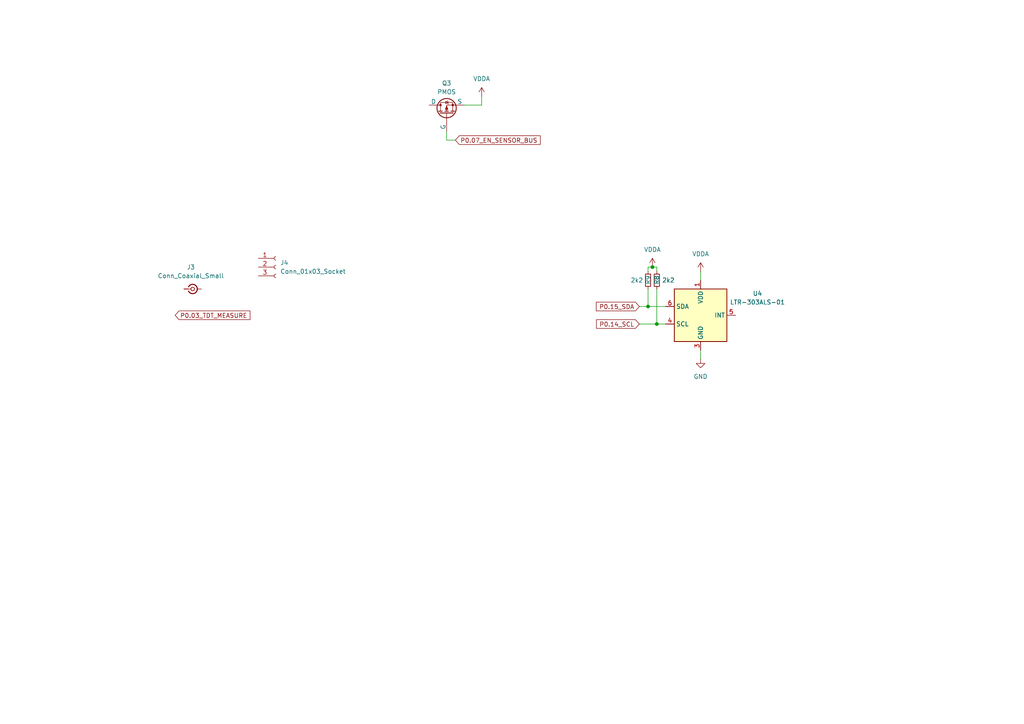
<source format=kicad_sch>
(kicad_sch (version 20231120) (generator "eeschema") (generator_version "8.0")
  (paper "A4")
  (lib_symbols
    (symbol "Connector:Conn_01x03_Socket" (pin_names (offset 1.016) hide)
      (property "Reference" "J" (at 0 5.08 0))
      (property "Value" "Conn_01x03_Socket" (at 0 -5.08 0))
      (symbol "Conn_01x03_Socket_1_1"
        (arc (start 0 -2.032) (mid -0.5058 -2.54) (end 0 -3.048) (stroke (width 0.1524)))
        (polyline (pts (xy -1.27 -2.54) (xy -0.508 -2.54)) (stroke (width 0.1524)))
        (polyline (pts (xy -1.27 0) (xy -0.508 0)) (stroke (width 0.1524)))
        (polyline (pts (xy -1.27 2.54) (xy -0.508 2.54)) (stroke (width 0.1524)))
        (arc (start 0 0.508) (mid -0.5058 0) (end 0 -0.508) (stroke (width 0.1524)))
        (arc (start 0 3.048) (mid -0.5058 2.54) (end 0 2.032) (stroke (width 0.1524)))
        (pin passive line (at -5.08 2.54 0) (length 3.81) (name "Pin_1") (number "1"))
        (pin passive line (at -5.08 0 0) (length 3.81) (name "Pin_2") (number "2"))
        (pin passive line (at -5.08 -2.54 0) (length 3.81) (name "Pin_3") (number "3"))
      )
    )
    (symbol "Connector:Conn_Coaxial_Small" (pin_numbers hide) (pin_names (offset 1.016) hide)
      (property "Reference" "J" (at 0.254 3.048 0))
      (property "Value" "Conn_Coaxial_Small" (at 0 -3.81 0))
      (symbol "Conn_Coaxial_Small_0_1"
        (polyline (pts (xy -2.54 0) (xy -0.508 0)))
        (circle (center 0 0) (radius 0.508) (stroke (width 0.2032)))
      )
      (symbol "Conn_Coaxial_Small_1_1"
        (arc (start -1.1916 -0.6311) (mid 0.327 -1.3081) (end 1.3484 0.0039) (stroke (width 0.3048)))
        (arc (start 1.3484 -0.0039) (mid 0.327 1.3081) (end -1.1916 0.6311) (stroke (width 0.3048)))
        (pin passive line (at -2.54 0 0) (length 1.27) (name "In") (number "1"))
        (pin passive line (at 2.54 0 180) (length 1.27) (name "Ext") (number "2"))
      )
    )
    (symbol "Device:R_Small" (pin_numbers hide) (pin_names (offset 0.254) hide)
      (property "Reference" "R" (at 0.762 0.508 0))
      (property "Value" "R_Small" (at 0.762 -1.016 0))
      (symbol "R_Small_0_1"
        (rectangle (start -0.762 1.778) (end 0.762 -1.778) (stroke (width 0.2032)))
      )
      (symbol "R_Small_1_1"
        (pin passive line (at 0 2.54 270) (length 0.762) (name "~") (number "1"))
        (pin passive line (at 0 -2.54 90) (length 0.762) (name "~") (number "2"))
      )
    )
    (symbol "Sensor_Optical:LTR-303ALS-01"
      (property "Reference" "U" (at -7.62 8.89 0))
      (property "Value" "LTR-303ALS-01" (at 1.27 8.89 0))
      (symbol "LTR-303ALS-01_0_1"
        (rectangle (start -7.62 7.62) (end 7.62 -7.62) (stroke (width 0.254)) (fill (type background)))
      )
      (symbol "LTR-303ALS-01_1_1"
        (pin power_in line (at 0 10.16 270) (length 2.54) (name "VDD") (number "1"))
        (pin no_connect line (at 7.62 -2.54 180) (length 2.54) hide (name "NC") (number "2"))
        (pin power_in line (at 0 -10.16 90) (length 2.54) (name "GND") (number "3"))
        (pin input line (at -10.16 -2.54 0) (length 2.54) (name "SCL") (number "4"))
        (pin open_collector line (at 10.16 0 180) (length 2.54) (name "INT") (number "5"))
        (pin bidirectional line (at -10.16 2.54 0) (length 2.54) (name "SDA") (number "6"))
      )
    )
    (symbol "Simulation_SPICE:PMOS" (pin_numbers hide) (pin_names (offset 0))
      (property "Reference" "Q" (at 5.08 1.27 0))
      (property "Value" "PMOS" (at 5.08 -1.27 0))
      (symbol "PMOS_0_1"
        (polyline (pts (xy 0.254 0) (xy -2.54 0)))
        (polyline (pts (xy 0.254 1.905) (xy 0.254 -1.905)) (stroke (width 0.254)))
        (polyline (pts (xy 0.762 -1.27) (xy 0.762 -2.286)) (stroke (width 0.254)))
        (polyline (pts (xy 0.762 0.508) (xy 0.762 -0.508)) (stroke (width 0.254)))
        (polyline (pts (xy 0.762 2.286) (xy 0.762 1.27)) (stroke (width 0.254)))
        (polyline (pts (xy 2.54 2.54) (xy 2.54 1.778)))
        (polyline (pts (xy 2.54 -2.54) (xy 2.54 0) (xy 0.762 0)))
        (polyline (pts (xy 0.762 1.778) (xy 3.302 1.778) (xy 3.302 -1.778) (xy 0.762 -1.778)))
        (polyline (pts (xy 2.286 0) (xy 1.27 0.381) (xy 1.27 -0.381) (xy 2.286 0)) (fill (type outline)))
        (polyline (pts (xy 2.794 -0.508) (xy 2.921 -0.381) (xy 3.683 -0.381) (xy 3.81 -0.254)))
        (polyline (pts (xy 3.302 -0.381) (xy 2.921 0.254) (xy 3.683 0.254) (xy 3.302 -0.381)))
        (circle (center 1.651 0) (radius 2.794) (stroke (width 0.254)))
        (circle (center 2.54 -1.778) (radius 0.254) (fill (type outline)))
        (circle (center 2.54 1.778) (radius 0.254) (fill (type outline)))
      )
      (symbol "PMOS_1_1"
        (pin passive line (at 2.54 5.08 270) (length 2.54) (name "D") (number "1"))
        (pin input line (at -5.08 0 0) (length 2.54) (name "G") (number "2"))
        (pin passive line (at 2.54 -5.08 90) (length 2.54) (name "S") (number "3"))
      )
    )
    (symbol "power:GND" (power) (pin_numbers hide) (pin_names (offset 0) hide)
      (property "Value" "GND" (at 0 -3.81 0))
      (symbol "GND_0_1"
        (polyline (pts (xy 0 0) (xy 0 -1.27) (xy 1.27 -1.27) (xy 0 -2.54) (xy -1.27 -1.27) (xy 0 -1.27)))
      )
      (symbol "GND_1_1"
        (pin power_in line (at 0 0 270) (length 0) (name "~") (number "1"))
      )
    )
    (symbol "power:VDDA" (power) (pin_numbers hide) (pin_names (offset 0) hide)
      (property "Value" "VDDA" (at 0 3.556 0))
      (symbol "VDDA_0_1"
        (polyline (pts (xy -0.762 1.27) (xy 0 2.54)))
        (polyline (pts (xy 0 0) (xy 0 2.54)))
        (polyline (pts (xy 0 2.54) (xy 0.762 1.27)))
      )
      (symbol "VDDA_1_1"
        (pin power_in line (at 0 0 90) (length 0) (name "~") (number "1"))
      )
    )
  )
  (junction (at 187.96 88.9))
  (junction (at 190.5 93.98))
  (junction (at 189.23 77.47))
  (wire (pts (xy 185.42 93.98) (xy 190.5 93.98)))
  (wire (pts (xy 190.5 93.98) (xy 193.04 93.98)))
  (wire (pts (xy 139.7 30.48) (xy 139.7 27.94)))
  (wire (pts (xy 185.42 88.9) (xy 187.96 88.9)))
  (wire (pts (xy 187.96 78.74) (xy 187.96 77.47)))
  (wire (pts (xy 129.54 38.1) (xy 129.54 40.64)))
  (wire (pts (xy 134.62 30.48) (xy 139.7 30.48)))
  (wire (pts (xy 129.54 40.64) (xy 132.08 40.64)))
  (wire (pts (xy 190.5 78.74) (xy 190.5 77.47)))
  (wire (pts (xy 187.96 88.9) (xy 193.04 88.9)))
  (wire (pts (xy 187.96 83.82) (xy 187.96 88.9)))
  (wire (pts (xy 187.96 77.47) (xy 189.23 77.47)))
  (wire (pts (xy 203.2 101.6) (xy 203.2 104.14)))
  (wire (pts (xy 203.2 78.74) (xy 203.2 81.28)))
  (wire (pts (xy 190.5 83.82) (xy 190.5 93.98)))
  (wire (pts (xy 190.5 77.47) (xy 189.23 77.47)))
  (global_label "P0.07_EN_SENSOR_BUS" (shape input) (at 132.08 40.64 0) (property "Intersheetrefs" "${INTERSHEET_REFS}" (effects (hide yes))))
  (global_label "P0.14_SCL" (shape input) (at 185.42 93.98 180) (property "Intersheetrefs" "${INTERSHEET_REFS}" (effects (hide yes))))
  (global_label "P0.03_TDT_MEASURE" (shape input) (at 50.8 91.44 0) (property "Intersheetrefs" "${INTERSHEET_REFS}" (effects (hide yes))))
  (global_label "P0.15_SDA" (shape input) (at 185.42 88.9 180) (property "Intersheetrefs" "${INTERSHEET_REFS}" (effects (hide yes))))
  (symbol (lib_id "power:VDDA") (at 203.2 78.74 0) (unit 1)
    (property "Reference" "#PWR040" (effects (hide yes)))
    (property "Value" "VDDA" (at 203.2 73.66 0))
    (property "Description" "Power symbol creates a global label with name \"VDDA\"" (effects (hide yes)))
  )
  (symbol (lib_id "power:VDDA") (at 189.23 77.47 0) (unit 1)
    (property "Reference" "#PWR038" (effects (hide yes)))
    (property "Value" "VDDA" (at 189.23 72.39 0))
    (property "Description" "Power symbol creates a global label with name \"VDDA\"" (effects (hide yes)))
  )
  (symbol (lib_id "Device:R_Small") (at 190.5 81.28 0) (unit 1)
    (property "Reference" "R8" (at 190.5 82.55 90) (effects (justify left)))
    (property "Value" "2k2" (at 192.024 81.28 0) (effects (justify left)))
    (property "Footprint" "Resistor_SMD:R_0402_1005Metric" (effects (hide yes)))
    (property "Description" "Resistor, small symbol" (effects (hide yes)))
  )
  (symbol (lib_id "Sensor_Optical:LTR-303ALS-01") (at 203.2 91.44 0) (unit 1)
    (property "Reference" "U4" (at 219.71 85.1214 0))
    (property "Value" "LTR-303ALS-01" (at 219.71 87.6614 0))
    (property "Footprint" "OptoDevice:Lite-On_LTR-303ALS-01" (effects (hide yes)))
    (property "Datasheet" "https://optoelectronics.liteon.com/upload/download/DS86-2013-0004/LTR-303ALS-01_DS_V1.pdf" (effects (hide yes)))
    (property "Description" "ambient light sensor, i2c interface, 0.01 to 64k lux, 2.4-3.6V" (effects (hide yes)))
  )
  (symbol (lib_id "Simulation_SPICE:PMOS") (at 129.54 33.02 90) (unit 1)
    (property "Reference" "Q3" (at 129.54 24.13 90))
    (property "Value" "PMOS" (at 129.54 26.67 90))
    (property "Datasheet" "https://ngspice.sourceforge.io/docs/ngspice-html-manual/manual.xhtml#cha_MOSFETs" (effects (hide yes)))
    (property "Description" "P-MOSFET transistor, drain/source/gate" (effects (hide yes)))
    (property "Sim.Device" "PMOS" (effects (hide yes)))
    (property "Sim.Type" "VDMOS" (effects (hide yes)))
    (property "Sim.Pins" "1=D 2=G 3=S" (effects (hide yes)))
  )
  (symbol (lib_id "Device:R_Small") (at 187.96 81.28 0) (unit 1)
    (property "Reference" "R9" (at 187.96 82.55 90) (effects (justify left)))
    (property "Value" "2k2" (at 182.88 81.28 0) (effects (justify left)))
    (property "Footprint" "Resistor_SMD:R_0402_1005Metric" (effects (hide yes)))
    (property "Description" "Resistor, small symbol" (effects (hide yes)))
  )
  (symbol (lib_id "power:VDDA") (at 139.7 27.94 0) (unit 1)
    (property "Reference" "#PWR039" (effects (hide yes)))
    (property "Value" "VDDA" (at 139.7 22.86 0))
    (property "Description" "Power symbol creates a global label with name \"VDDA\"" (effects (hide yes)))
  )
  (symbol (lib_id "power:GND") (at 203.2 104.14 0) (unit 1)
    (property "Reference" "#PWR041" (effects (hide yes)))
    (property "Value" "GND" (at 203.2 109.22 0))
    (property "Description" "Power symbol creates a global label with name \"GND\" , ground" (effects (hide yes)))
  )
  (symbol (lib_id "Connector:Conn_Coaxial_Small") (at 55.88 83.82 0) (unit 1)
    (property "Reference" "J3" (at 55.3604 77.47 0))
    (property "Value" "Conn_Coaxial_Small" (at 55.3604 80.01 0))
    (property "Footprint" "Connector_Coaxial:U.FL_Molex_MCRF_73412-0110_Vertical" (effects (hide yes)))
    (property "Datasheet" " ~" (effects (hide yes)))
    (property "Description" "small coaxial connector (BNC, SMA, SMB, SMC, Cinch/RCA, LEMO, ...)" (effects (hide yes)))
  )
  (symbol (lib_id "Connector:Conn_01x03_Socket") (at 80.01 77.47 0) (unit 1)
    (property "Reference" "J4" (at 81.28 76.1999 0) (effects (justify left)))
    (property "Value" "Conn_01x03_Socket" (at 81.28 78.7399 0) (effects (justify left)))
    (property "Footprint" "Connector_PinSocket_2.54mm:PinSocket_1x03_P2.54mm_Horizontal" (effects (hide yes)))
    (property "Description" "Generic connector, single row, 01x03, script generated" (effects (hide yes)))
  )
)
</source>
